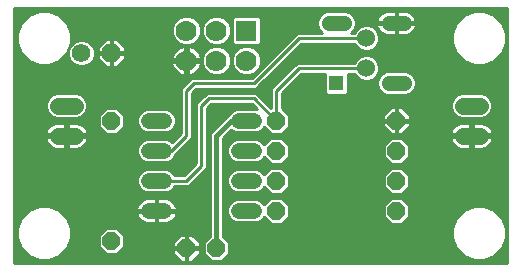
<source format=gbl>
G75*
G70*
%OFA0B0*%
%FSLAX24Y24*%
%IPPOS*%
%LPD*%
%AMOC8*
5,1,8,0,0,1.08239X$1,22.5*
%
%ADD10C,0.0520*%
%ADD11C,0.0560*%
%ADD12R,0.0515X0.0515*%
%ADD13C,0.0515*%
%ADD14C,0.0600*%
%ADD15OC8,0.0620*%
%ADD16C,0.0620*%
%ADD17R,0.0700X0.0700*%
%ADD18C,0.0700*%
%ADD19OC8,0.0600*%
%ADD20C,0.0100*%
%ADD21C,0.0160*%
D10*
X004891Y002151D02*
X005411Y002151D01*
X005411Y003151D02*
X004891Y003151D01*
X004891Y004151D02*
X005411Y004151D01*
X005411Y005151D02*
X004891Y005151D01*
X007891Y005151D02*
X008411Y005151D01*
X008411Y004151D02*
X007891Y004151D01*
X007891Y003151D02*
X008411Y003151D01*
X008411Y002151D02*
X007891Y002151D01*
D11*
X002431Y004651D02*
X001871Y004651D01*
X001871Y005651D02*
X002431Y005651D01*
X015371Y005651D02*
X015931Y005651D01*
X015931Y004651D02*
X015371Y004651D01*
D12*
X011151Y006401D03*
D13*
X012894Y006401D02*
X013409Y006401D01*
X013409Y008401D02*
X012894Y008401D01*
X011409Y008401D02*
X010894Y008401D01*
D14*
X012151Y007901D03*
X012151Y006901D03*
D15*
X003651Y007401D03*
D16*
X002651Y007401D03*
D17*
X008151Y008151D03*
D18*
X007151Y008151D03*
X006151Y008151D03*
X006151Y007151D03*
X007151Y007151D03*
X008151Y007151D03*
D19*
X009151Y005151D03*
X009151Y004151D03*
X009151Y003151D03*
X009151Y002151D03*
X007151Y000901D03*
X006151Y000901D03*
X003651Y001151D03*
X003651Y005151D03*
X013151Y005151D03*
X013151Y004151D03*
X013151Y003151D03*
X013151Y002151D03*
D20*
X000401Y000403D02*
X000403Y008899D01*
X016836Y008899D01*
X016836Y000403D01*
X000401Y000403D01*
X000401Y000447D02*
X016836Y000447D01*
X016836Y000545D02*
X016187Y000545D01*
X016080Y000501D02*
X016411Y000638D01*
X016664Y000891D01*
X016801Y001222D01*
X016801Y001580D01*
X016664Y001911D01*
X016411Y002164D01*
X016080Y002301D01*
X015722Y002301D01*
X015391Y002164D01*
X015138Y001911D01*
X015001Y001580D01*
X015001Y001222D01*
X015138Y000891D01*
X015391Y000638D01*
X015722Y000501D01*
X016080Y000501D01*
X016417Y000644D02*
X016836Y000644D01*
X016836Y000742D02*
X016515Y000742D01*
X016614Y000841D02*
X016836Y000841D01*
X016836Y000940D02*
X016684Y000940D01*
X016725Y001038D02*
X016836Y001038D01*
X016836Y001137D02*
X016766Y001137D01*
X016801Y001235D02*
X016836Y001235D01*
X016836Y001334D02*
X016801Y001334D01*
X016801Y001432D02*
X016836Y001432D01*
X016836Y001531D02*
X016801Y001531D01*
X016781Y001629D02*
X016836Y001629D01*
X016836Y001728D02*
X016740Y001728D01*
X016699Y001826D02*
X016836Y001826D01*
X016836Y001925D02*
X016650Y001925D01*
X016552Y002024D02*
X016836Y002024D01*
X016836Y002122D02*
X016453Y002122D01*
X016275Y002221D02*
X016836Y002221D01*
X016836Y002319D02*
X013581Y002319D01*
X013581Y002329D02*
X013329Y002581D01*
X012973Y002581D01*
X012721Y002329D01*
X012721Y001973D01*
X012973Y001721D01*
X013329Y001721D01*
X013581Y001973D01*
X013581Y002329D01*
X013493Y002418D02*
X016836Y002418D01*
X016836Y002516D02*
X013394Y002516D01*
X013329Y002721D02*
X013581Y002973D01*
X013581Y003329D01*
X013329Y003581D01*
X012973Y003581D01*
X012721Y003329D01*
X012721Y002973D01*
X012973Y002721D01*
X013329Y002721D01*
X013420Y002812D02*
X016836Y002812D01*
X016836Y002910D02*
X013518Y002910D01*
X013581Y003009D02*
X016836Y003009D01*
X016836Y003107D02*
X013581Y003107D01*
X013581Y003206D02*
X016836Y003206D01*
X016836Y003305D02*
X013581Y003305D01*
X013507Y003403D02*
X016836Y003403D01*
X016836Y003502D02*
X013409Y003502D01*
X013329Y003721D02*
X012973Y003721D01*
X012721Y003973D01*
X012721Y004329D01*
X012973Y004581D01*
X013329Y004581D01*
X013581Y004329D01*
X013581Y003973D01*
X013329Y003721D01*
X013405Y003797D02*
X016836Y003797D01*
X016836Y003699D02*
X007361Y003699D01*
X007361Y003797D02*
X007726Y003797D01*
X007670Y003821D02*
X007814Y003761D01*
X008489Y003761D01*
X008632Y003821D01*
X008742Y003930D01*
X008748Y003946D01*
X008973Y003721D01*
X009329Y003721D01*
X009581Y003973D01*
X009581Y004329D01*
X009329Y004581D01*
X008973Y004581D01*
X008748Y004356D01*
X008742Y004372D01*
X008632Y004482D01*
X008489Y004541D01*
X007814Y004541D01*
X007670Y004482D01*
X007561Y004372D01*
X007501Y004229D01*
X007501Y004074D01*
X007561Y003930D01*
X007670Y003821D01*
X007595Y003896D02*
X007361Y003896D01*
X007361Y003994D02*
X007534Y003994D01*
X007501Y004093D02*
X007361Y004093D01*
X007361Y004191D02*
X007501Y004191D01*
X007527Y004290D02*
X007361Y004290D01*
X007361Y004389D02*
X007577Y004389D01*
X007683Y004487D02*
X007361Y004487D01*
X007361Y004564D02*
X007644Y004847D01*
X007670Y004821D01*
X007814Y004761D01*
X008489Y004761D01*
X008632Y004821D01*
X008742Y004930D01*
X008748Y004946D01*
X008973Y004721D01*
X009329Y004721D01*
X009581Y004973D01*
X009581Y005329D01*
X009331Y005579D01*
X009331Y006077D01*
X009976Y006721D01*
X010772Y006721D01*
X010764Y006712D01*
X010764Y006090D01*
X010840Y006014D01*
X011462Y006014D01*
X011539Y006090D01*
X011539Y006712D01*
X011530Y006721D01*
X011760Y006721D01*
X011787Y006658D01*
X011908Y006537D01*
X012066Y006471D01*
X012237Y006471D01*
X012395Y006537D01*
X012516Y006658D01*
X012581Y006816D01*
X012581Y006987D01*
X012516Y007145D01*
X012395Y007266D01*
X012237Y007331D01*
X012066Y007331D01*
X011908Y007266D01*
X011787Y007145D01*
X011760Y007081D01*
X009976Y007081D01*
X009827Y007081D01*
X009077Y006331D01*
X008971Y006226D01*
X008971Y005586D01*
X008476Y006081D01*
X008327Y006081D01*
X006827Y006081D01*
X006721Y005976D01*
X006577Y005831D01*
X006471Y005726D01*
X006471Y003726D01*
X006077Y003331D01*
X005759Y003331D01*
X005742Y003372D01*
X005632Y003482D01*
X005489Y003541D01*
X004814Y003541D01*
X004670Y003482D01*
X004561Y003372D01*
X004501Y003229D01*
X004501Y003074D01*
X004561Y002930D01*
X004670Y002821D01*
X004814Y002761D01*
X005489Y002761D01*
X005632Y002821D01*
X005742Y002930D01*
X005759Y002971D01*
X006226Y002971D01*
X006331Y003077D01*
X006831Y003577D01*
X006831Y003726D01*
X006831Y005577D01*
X006976Y005721D01*
X008327Y005721D01*
X008519Y005528D01*
X008489Y005541D01*
X007814Y005541D01*
X007670Y005482D01*
X007561Y005372D01*
X007550Y005347D01*
X007064Y004861D01*
X006941Y004738D01*
X006941Y001299D01*
X006721Y001079D01*
X006721Y000723D01*
X006973Y000471D01*
X007329Y000471D01*
X007581Y000723D01*
X007581Y001079D01*
X007361Y001299D01*
X007361Y004564D01*
X007383Y004586D02*
X014941Y004586D01*
X014941Y004566D02*
X015007Y004408D01*
X015128Y004287D01*
X015286Y004221D01*
X015611Y004221D01*
X015611Y004611D01*
X015691Y004611D01*
X015691Y004221D01*
X016017Y004221D01*
X016175Y004287D01*
X016296Y004408D01*
X016361Y004566D01*
X016361Y004611D01*
X015691Y004611D01*
X015691Y004691D01*
X015611Y004691D01*
X015611Y004611D01*
X014941Y004611D01*
X014941Y004566D01*
X014974Y004487D02*
X013423Y004487D01*
X013522Y004389D02*
X015026Y004389D01*
X015124Y004290D02*
X013581Y004290D01*
X013581Y004191D02*
X016836Y004191D01*
X016836Y004093D02*
X013581Y004093D01*
X013581Y003994D02*
X016836Y003994D01*
X016836Y003896D02*
X013504Y003896D01*
X012897Y003797D02*
X009405Y003797D01*
X009504Y003896D02*
X012798Y003896D01*
X012721Y003994D02*
X009581Y003994D01*
X009581Y004093D02*
X012721Y004093D01*
X012721Y004191D02*
X009581Y004191D01*
X009581Y004290D02*
X012721Y004290D01*
X012780Y004389D02*
X009522Y004389D01*
X009423Y004487D02*
X012879Y004487D01*
X012965Y004701D02*
X013121Y004701D01*
X013121Y005121D01*
X013181Y005121D01*
X013181Y004701D01*
X013338Y004701D01*
X013601Y004965D01*
X013601Y005121D01*
X013181Y005121D01*
X013181Y005181D01*
X013601Y005181D01*
X013601Y005338D01*
X013338Y005601D01*
X013181Y005601D01*
X013181Y005181D01*
X013121Y005181D01*
X013121Y005121D01*
X012701Y005121D01*
X012701Y004965D01*
X012965Y004701D01*
X012883Y004783D02*
X009391Y004783D01*
X009489Y004881D02*
X012785Y004881D01*
X012701Y004980D02*
X009581Y004980D01*
X009581Y005078D02*
X012701Y005078D01*
X012701Y005181D02*
X013121Y005181D01*
X013121Y005601D01*
X012965Y005601D01*
X012701Y005338D01*
X012701Y005181D01*
X012701Y005275D02*
X009581Y005275D01*
X009581Y005177D02*
X013121Y005177D01*
X013181Y005177D02*
X016836Y005177D01*
X016836Y005275D02*
X016095Y005275D01*
X016163Y005304D02*
X016279Y005419D01*
X016341Y005570D01*
X016341Y005733D01*
X016279Y005883D01*
X016163Y005999D01*
X016013Y006061D01*
X015290Y006061D01*
X015139Y005999D01*
X015024Y005883D01*
X014961Y005733D01*
X014961Y005570D01*
X015024Y005419D01*
X015139Y005304D01*
X015290Y005241D01*
X016013Y005241D01*
X016163Y005304D01*
X016234Y005374D02*
X016836Y005374D01*
X016836Y005473D02*
X016301Y005473D01*
X016341Y005571D02*
X016836Y005571D01*
X016836Y005670D02*
X016341Y005670D01*
X016326Y005768D02*
X016836Y005768D01*
X016836Y005867D02*
X016286Y005867D01*
X016197Y005965D02*
X016836Y005965D01*
X016836Y006064D02*
X013607Y006064D01*
X013628Y006073D02*
X013737Y006182D01*
X013796Y006324D01*
X013796Y006478D01*
X013737Y006621D01*
X013628Y006730D01*
X013486Y006789D01*
X012817Y006789D01*
X012674Y006730D01*
X012565Y006621D01*
X012506Y006478D01*
X012506Y006324D01*
X012565Y006182D01*
X012674Y006073D01*
X012817Y006014D01*
X013486Y006014D01*
X013628Y006073D01*
X013718Y006162D02*
X016836Y006162D01*
X016836Y006261D02*
X013770Y006261D01*
X013796Y006359D02*
X016836Y006359D01*
X016836Y006458D02*
X013796Y006458D01*
X013764Y006556D02*
X016836Y006556D01*
X016836Y006655D02*
X013703Y006655D01*
X013570Y006754D02*
X016836Y006754D01*
X016836Y006852D02*
X012581Y006852D01*
X012581Y006951D02*
X016836Y006951D01*
X016836Y007049D02*
X016196Y007049D01*
X016080Y007001D02*
X016411Y007138D01*
X016664Y007391D01*
X016801Y007722D01*
X016801Y008080D01*
X016664Y008411D01*
X016411Y008664D01*
X016080Y008801D01*
X015722Y008801D01*
X015391Y008664D01*
X015138Y008411D01*
X015001Y008080D01*
X015001Y007722D01*
X015138Y007391D01*
X015391Y007138D01*
X015722Y007001D01*
X016080Y007001D01*
X016421Y007148D02*
X016836Y007148D01*
X016836Y007246D02*
X016519Y007246D01*
X016618Y007345D02*
X016836Y007345D01*
X016836Y007443D02*
X016686Y007443D01*
X016726Y007542D02*
X016836Y007542D01*
X016836Y007640D02*
X016767Y007640D01*
X016801Y007739D02*
X016836Y007739D01*
X016836Y007838D02*
X016801Y007838D01*
X016801Y007936D02*
X016836Y007936D01*
X016836Y008035D02*
X016801Y008035D01*
X016779Y008133D02*
X016836Y008133D01*
X016836Y008232D02*
X016738Y008232D01*
X016698Y008330D02*
X016836Y008330D01*
X016836Y008429D02*
X016646Y008429D01*
X016548Y008527D02*
X016836Y008527D01*
X016836Y008626D02*
X016449Y008626D01*
X016265Y008724D02*
X016836Y008724D01*
X016836Y008823D02*
X000403Y008823D01*
X000403Y008724D02*
X001037Y008724D01*
X000891Y008664D02*
X000638Y008411D01*
X000501Y008080D01*
X000501Y007722D01*
X000638Y007391D01*
X000891Y007138D01*
X001222Y007001D01*
X001580Y007001D01*
X001911Y007138D01*
X002164Y007391D01*
X002301Y007722D01*
X002301Y008080D01*
X002164Y008411D01*
X001911Y008664D01*
X001580Y008801D01*
X001222Y008801D01*
X000891Y008664D01*
X000853Y008626D02*
X000403Y008626D01*
X000403Y008527D02*
X000755Y008527D01*
X000656Y008429D02*
X000403Y008429D01*
X000403Y008330D02*
X000605Y008330D01*
X000564Y008232D02*
X000402Y008232D01*
X000402Y008133D02*
X000523Y008133D01*
X000501Y008035D02*
X000402Y008035D01*
X000402Y007936D02*
X000501Y007936D01*
X000501Y007838D02*
X000402Y007838D01*
X000402Y007739D02*
X000501Y007739D01*
X000535Y007640D02*
X000402Y007640D01*
X000402Y007542D02*
X000576Y007542D01*
X000617Y007443D02*
X000402Y007443D01*
X000402Y007345D02*
X000685Y007345D01*
X000783Y007246D02*
X000402Y007246D01*
X000402Y007148D02*
X000882Y007148D01*
X001106Y007049D02*
X000402Y007049D01*
X000402Y006951D02*
X003451Y006951D01*
X003461Y006941D02*
X003621Y006941D01*
X003621Y007371D01*
X003681Y007371D01*
X003681Y006941D01*
X003842Y006941D01*
X004111Y007211D01*
X004111Y007371D01*
X003681Y007371D01*
X003681Y007431D01*
X004111Y007431D01*
X004111Y007592D01*
X003842Y007861D01*
X003681Y007861D01*
X003681Y007431D01*
X003621Y007431D01*
X003621Y007371D01*
X003191Y007371D01*
X003191Y007211D01*
X003461Y006941D01*
X003353Y007049D02*
X002921Y007049D01*
X002900Y007028D02*
X003024Y007152D01*
X003091Y007314D01*
X003091Y007489D01*
X003024Y007650D01*
X002900Y007774D01*
X002739Y007841D01*
X002564Y007841D01*
X002402Y007774D01*
X002278Y007650D01*
X002211Y007489D01*
X002211Y007314D01*
X002278Y007152D01*
X002402Y007028D01*
X002564Y006961D01*
X002739Y006961D01*
X002900Y007028D01*
X003020Y007148D02*
X003254Y007148D01*
X003191Y007246D02*
X003063Y007246D01*
X003091Y007345D02*
X003191Y007345D01*
X003191Y007431D02*
X003621Y007431D01*
X003621Y007861D01*
X003461Y007861D01*
X003191Y007592D01*
X003191Y007431D01*
X003191Y007443D02*
X003091Y007443D01*
X003069Y007542D02*
X003191Y007542D01*
X003240Y007640D02*
X003028Y007640D01*
X002936Y007739D02*
X003339Y007739D01*
X003437Y007838D02*
X002747Y007838D01*
X002555Y007838D02*
X002301Y007838D01*
X002301Y007936D02*
X005721Y007936D01*
X005744Y007879D02*
X005671Y008056D01*
X005671Y008247D01*
X005744Y008423D01*
X005879Y008558D01*
X006056Y008631D01*
X006247Y008631D01*
X006423Y008558D01*
X006558Y008423D01*
X006631Y008247D01*
X006631Y008056D01*
X006558Y007879D01*
X006423Y007744D01*
X006247Y007671D01*
X006056Y007671D01*
X005879Y007744D01*
X005744Y007879D01*
X005786Y007838D02*
X003865Y007838D01*
X003964Y007739D02*
X005892Y007739D01*
X005868Y007575D02*
X006052Y007651D01*
X006103Y007651D01*
X006103Y007200D01*
X006200Y007200D01*
X006651Y007200D01*
X006651Y007251D01*
X006575Y007434D01*
X006434Y007575D01*
X006251Y007651D01*
X006200Y007651D01*
X006200Y007200D01*
X006200Y007103D01*
X006651Y007103D01*
X006651Y007052D01*
X006575Y006868D01*
X006434Y006727D01*
X006251Y006651D01*
X006200Y006651D01*
X006200Y007102D01*
X006103Y007102D01*
X006103Y006651D01*
X006052Y006651D01*
X005868Y006727D01*
X005727Y006868D01*
X005651Y007052D01*
X005651Y007103D01*
X006102Y007103D01*
X006102Y007200D01*
X005651Y007200D01*
X005651Y007251D01*
X005727Y007434D01*
X005868Y007575D01*
X005835Y007542D02*
X004111Y007542D01*
X004111Y007443D02*
X005736Y007443D01*
X005690Y007345D02*
X004111Y007345D01*
X004111Y007246D02*
X005651Y007246D01*
X005652Y007049D02*
X003950Y007049D01*
X004048Y007148D02*
X006102Y007148D01*
X006200Y007148D02*
X006671Y007148D01*
X006671Y007056D02*
X006744Y006879D01*
X006879Y006744D01*
X007056Y006671D01*
X007247Y006671D01*
X007423Y006744D01*
X007558Y006879D01*
X007631Y007056D01*
X007631Y007247D01*
X007558Y007423D01*
X007423Y007558D01*
X007247Y007631D01*
X007056Y007631D01*
X006879Y007558D01*
X006744Y007423D01*
X006671Y007247D01*
X006671Y007056D01*
X006674Y007049D02*
X006650Y007049D01*
X006609Y006951D02*
X006715Y006951D01*
X006771Y006852D02*
X006559Y006852D01*
X006461Y006754D02*
X006870Y006754D01*
X006476Y006581D02*
X006327Y006581D01*
X006077Y006331D01*
X005971Y006226D01*
X005971Y004726D01*
X005680Y004434D01*
X005632Y004482D01*
X005489Y004541D01*
X004814Y004541D01*
X004670Y004482D01*
X004561Y004372D01*
X004501Y004229D01*
X004501Y004074D01*
X004561Y003930D01*
X004670Y003821D01*
X004814Y003761D01*
X005489Y003761D01*
X005632Y003821D01*
X005742Y003930D01*
X005782Y004028D01*
X005831Y004077D01*
X006331Y004577D01*
X006331Y004726D01*
X006331Y006077D01*
X006476Y006221D01*
X008476Y006221D01*
X008581Y006327D01*
X009976Y007721D01*
X011760Y007721D01*
X011787Y007658D01*
X011908Y007537D01*
X012066Y007471D01*
X012237Y007471D01*
X012395Y007537D01*
X012516Y007658D01*
X012581Y007816D01*
X012581Y007987D01*
X012516Y008145D01*
X012395Y008266D01*
X012237Y008331D01*
X012066Y008331D01*
X011908Y008266D01*
X011787Y008145D01*
X011760Y008081D01*
X011637Y008081D01*
X011737Y008182D01*
X011796Y008324D01*
X011796Y008478D01*
X011737Y008621D01*
X011628Y008730D01*
X011486Y008789D01*
X010817Y008789D01*
X010674Y008730D01*
X010565Y008621D01*
X010506Y008478D01*
X010506Y008324D01*
X010565Y008182D01*
X010666Y008081D01*
X009976Y008081D01*
X009827Y008081D01*
X008327Y006581D01*
X006476Y006581D01*
X006302Y006556D02*
X000402Y006556D01*
X000402Y006458D02*
X006203Y006458D01*
X006105Y006359D02*
X000402Y006359D01*
X000402Y006261D02*
X006006Y006261D01*
X005971Y006162D02*
X000402Y006162D01*
X000402Y006064D02*
X005971Y006064D01*
X005971Y005965D02*
X002697Y005965D01*
X002663Y005999D02*
X002513Y006061D01*
X001790Y006061D01*
X001639Y005999D01*
X001524Y005883D01*
X001461Y005733D01*
X001461Y005570D01*
X001524Y005419D01*
X001639Y005304D01*
X001790Y005241D01*
X002513Y005241D01*
X002663Y005304D01*
X002779Y005419D01*
X002841Y005570D01*
X002841Y005733D01*
X002779Y005883D01*
X002663Y005999D01*
X002786Y005867D02*
X005971Y005867D01*
X005971Y005768D02*
X002826Y005768D01*
X002841Y005670D02*
X005971Y005670D01*
X005971Y005571D02*
X003839Y005571D01*
X003829Y005581D02*
X003473Y005581D01*
X003221Y005329D01*
X003221Y004973D01*
X003473Y004721D01*
X003829Y004721D01*
X004081Y004973D01*
X004081Y005329D01*
X003829Y005581D01*
X003938Y005473D02*
X004661Y005473D01*
X004670Y005482D02*
X004561Y005372D01*
X004501Y005229D01*
X004501Y005074D01*
X004561Y004930D01*
X004670Y004821D01*
X004814Y004761D01*
X005489Y004761D01*
X005632Y004821D01*
X005742Y004930D01*
X005801Y005074D01*
X005801Y005229D01*
X005742Y005372D01*
X005632Y005482D01*
X005489Y005541D01*
X004814Y005541D01*
X004670Y005482D01*
X004562Y005374D02*
X004036Y005374D01*
X004081Y005275D02*
X004521Y005275D01*
X004501Y005177D02*
X004081Y005177D01*
X004081Y005078D02*
X004501Y005078D01*
X004540Y004980D02*
X004081Y004980D01*
X003989Y004881D02*
X004610Y004881D01*
X004762Y004783D02*
X003891Y004783D01*
X003412Y004783D02*
X002842Y004783D01*
X002861Y004737D02*
X002796Y004895D01*
X002675Y005016D01*
X002517Y005081D01*
X002191Y005081D01*
X002191Y004691D01*
X002111Y004691D01*
X002111Y004611D01*
X002191Y004611D01*
X002191Y004221D01*
X002517Y004221D01*
X002675Y004287D01*
X002796Y004408D01*
X002861Y004566D01*
X002861Y004611D01*
X002191Y004611D01*
X002191Y004691D01*
X002861Y004691D01*
X002861Y004737D01*
X002861Y004586D02*
X005831Y004586D01*
X005930Y004684D02*
X002191Y004684D01*
X002111Y004684D02*
X000402Y004684D01*
X000402Y004586D02*
X001441Y004586D01*
X001441Y004566D02*
X001507Y004408D01*
X001628Y004287D01*
X001786Y004221D01*
X002111Y004221D01*
X002111Y004611D01*
X001441Y004611D01*
X001441Y004566D01*
X001474Y004487D02*
X000402Y004487D01*
X000402Y004389D02*
X001526Y004389D01*
X001624Y004290D02*
X000401Y004290D01*
X000401Y004191D02*
X004501Y004191D01*
X004501Y004093D02*
X000401Y004093D01*
X000401Y003994D02*
X004534Y003994D01*
X004595Y003896D02*
X000401Y003896D01*
X000401Y003797D02*
X004726Y003797D01*
X004718Y003502D02*
X000401Y003502D01*
X000401Y003600D02*
X006346Y003600D01*
X006444Y003699D02*
X000401Y003699D01*
X000401Y003403D02*
X004592Y003403D01*
X004533Y003305D02*
X000401Y003305D01*
X000401Y003206D02*
X004501Y003206D01*
X004501Y003107D02*
X000401Y003107D01*
X000401Y003009D02*
X004528Y003009D01*
X004580Y002910D02*
X000401Y002910D01*
X000401Y002812D02*
X004691Y002812D01*
X004810Y002561D02*
X004659Y002499D01*
X004544Y002383D01*
X004481Y002233D01*
X004481Y002181D01*
X005121Y002181D01*
X005121Y002121D01*
X005181Y002121D01*
X005181Y001741D01*
X005493Y001741D01*
X005643Y001804D01*
X005759Y001919D01*
X005821Y002070D01*
X005821Y002121D01*
X005181Y002121D01*
X005181Y002181D01*
X005121Y002181D01*
X005121Y002561D01*
X004810Y002561D01*
X004701Y002516D02*
X000401Y002516D01*
X000401Y002615D02*
X006941Y002615D01*
X006941Y002713D02*
X000401Y002713D01*
X000401Y002418D02*
X004578Y002418D01*
X004517Y002319D02*
X000401Y002319D01*
X000401Y002221D02*
X001028Y002221D01*
X000891Y002164D02*
X000638Y001911D01*
X000501Y001580D01*
X000501Y001222D01*
X000638Y000891D01*
X000891Y000638D01*
X001222Y000501D01*
X001580Y000501D01*
X001911Y000638D01*
X002164Y000891D01*
X002301Y001222D01*
X002301Y001580D01*
X002164Y001911D01*
X001911Y002164D01*
X001580Y002301D01*
X001222Y002301D01*
X000891Y002164D01*
X000849Y002122D02*
X000401Y002122D01*
X000401Y002024D02*
X000751Y002024D01*
X000652Y001925D02*
X000401Y001925D01*
X000401Y001826D02*
X000603Y001826D01*
X000562Y001728D02*
X000401Y001728D01*
X000401Y001629D02*
X000522Y001629D01*
X000501Y001531D02*
X000401Y001531D01*
X000401Y001432D02*
X000501Y001432D01*
X000501Y001334D02*
X000401Y001334D01*
X000401Y001235D02*
X000501Y001235D01*
X000537Y001137D02*
X000401Y001137D01*
X000401Y001038D02*
X000577Y001038D01*
X000618Y000940D02*
X000401Y000940D01*
X000401Y000841D02*
X000689Y000841D01*
X000787Y000742D02*
X000401Y000742D01*
X000401Y000644D02*
X000886Y000644D01*
X001115Y000545D02*
X000401Y000545D01*
X001687Y000545D02*
X005871Y000545D01*
X005965Y000451D02*
X006121Y000451D01*
X006121Y000871D01*
X006181Y000871D01*
X006181Y000451D01*
X006338Y000451D01*
X006601Y000715D01*
X006601Y000871D01*
X006181Y000871D01*
X006181Y000931D01*
X006601Y000931D01*
X006601Y001088D01*
X006338Y001351D01*
X006181Y001351D01*
X006181Y000931D01*
X006121Y000931D01*
X006121Y000871D01*
X005701Y000871D01*
X005701Y000715D01*
X005965Y000451D01*
X006121Y000545D02*
X006181Y000545D01*
X006181Y000644D02*
X006121Y000644D01*
X006121Y000742D02*
X006181Y000742D01*
X006181Y000841D02*
X006121Y000841D01*
X006121Y000931D02*
X005701Y000931D01*
X005701Y001088D01*
X005965Y001351D01*
X006121Y001351D01*
X006121Y000931D01*
X006121Y000940D02*
X006181Y000940D01*
X006181Y001038D02*
X006121Y001038D01*
X006121Y001137D02*
X006181Y001137D01*
X006181Y001235D02*
X006121Y001235D01*
X006121Y001334D02*
X006181Y001334D01*
X006355Y001334D02*
X006941Y001334D01*
X006941Y001432D02*
X003978Y001432D01*
X004077Y001334D02*
X005947Y001334D01*
X005849Y001235D02*
X004081Y001235D01*
X004081Y001329D02*
X003829Y001581D01*
X003473Y001581D01*
X003221Y001329D01*
X003221Y000973D01*
X003473Y000721D01*
X003829Y000721D01*
X004081Y000973D01*
X004081Y001329D01*
X004081Y001137D02*
X005750Y001137D01*
X005701Y001038D02*
X004081Y001038D01*
X004048Y000940D02*
X005701Y000940D01*
X005701Y000841D02*
X003949Y000841D01*
X003851Y000742D02*
X005701Y000742D01*
X005772Y000644D02*
X001917Y000644D01*
X002015Y000742D02*
X003452Y000742D01*
X003353Y000841D02*
X002114Y000841D01*
X002184Y000940D02*
X003255Y000940D01*
X003221Y001038D02*
X002225Y001038D01*
X002266Y001137D02*
X003221Y001137D01*
X003221Y001235D02*
X002301Y001235D01*
X002301Y001334D02*
X003226Y001334D01*
X003324Y001432D02*
X002301Y001432D01*
X002301Y001531D02*
X003423Y001531D01*
X003880Y001531D02*
X006941Y001531D01*
X006941Y001629D02*
X002281Y001629D01*
X002240Y001728D02*
X006941Y001728D01*
X006941Y001826D02*
X005666Y001826D01*
X005761Y001925D02*
X006941Y001925D01*
X006941Y002024D02*
X005802Y002024D01*
X005821Y002181D02*
X005821Y002233D01*
X005759Y002383D01*
X005643Y002499D01*
X005493Y002561D01*
X005181Y002561D01*
X005181Y002181D01*
X005821Y002181D01*
X005821Y002221D02*
X006941Y002221D01*
X006941Y002319D02*
X005785Y002319D01*
X005724Y002418D02*
X006941Y002418D01*
X006941Y002516D02*
X005601Y002516D01*
X005611Y002812D02*
X006941Y002812D01*
X006941Y002910D02*
X005722Y002910D01*
X006151Y003151D02*
X005151Y003151D01*
X005584Y003502D02*
X006247Y003502D01*
X006149Y003403D02*
X005711Y003403D01*
X006151Y003151D02*
X006651Y003651D01*
X006651Y005651D01*
X006901Y005901D01*
X008401Y005901D01*
X009151Y005151D01*
X009151Y006151D01*
X009901Y006901D01*
X012151Y006901D01*
X012555Y006754D02*
X012732Y006754D01*
X012600Y006655D02*
X012513Y006655D01*
X012539Y006556D02*
X012415Y006556D01*
X012506Y006458D02*
X011539Y006458D01*
X011539Y006556D02*
X011888Y006556D01*
X011789Y006655D02*
X011539Y006655D01*
X011539Y006359D02*
X012506Y006359D01*
X012532Y006261D02*
X011539Y006261D01*
X011539Y006162D02*
X012585Y006162D01*
X012696Y006064D02*
X011513Y006064D01*
X010790Y006064D02*
X009331Y006064D01*
X009331Y005965D02*
X015105Y005965D01*
X015017Y005867D02*
X009331Y005867D01*
X009331Y005768D02*
X014976Y005768D01*
X014961Y005670D02*
X009331Y005670D01*
X009339Y005571D02*
X012935Y005571D01*
X012836Y005473D02*
X009438Y005473D01*
X009536Y005374D02*
X012738Y005374D01*
X013121Y005374D02*
X013181Y005374D01*
X013181Y005473D02*
X013121Y005473D01*
X013121Y005571D02*
X013181Y005571D01*
X013368Y005571D02*
X014961Y005571D01*
X015001Y005473D02*
X013466Y005473D01*
X013565Y005374D02*
X015069Y005374D01*
X015207Y005275D02*
X013601Y005275D01*
X013601Y005078D02*
X015279Y005078D01*
X015286Y005081D02*
X015128Y005016D01*
X015007Y004895D01*
X014941Y004737D01*
X014941Y004691D01*
X015611Y004691D01*
X015611Y005081D01*
X015286Y005081D01*
X015092Y004980D02*
X013601Y004980D01*
X013518Y004881D02*
X015001Y004881D01*
X014960Y004783D02*
X013419Y004783D01*
X013181Y004783D02*
X013121Y004783D01*
X013121Y004881D02*
X013181Y004881D01*
X013181Y004980D02*
X013121Y004980D01*
X013121Y005078D02*
X013181Y005078D01*
X013181Y005275D02*
X013121Y005275D01*
X010764Y006162D02*
X009417Y006162D01*
X009515Y006261D02*
X010764Y006261D01*
X010764Y006359D02*
X009614Y006359D01*
X009712Y006458D02*
X010764Y006458D01*
X010764Y006556D02*
X009811Y006556D01*
X009910Y006655D02*
X010764Y006655D01*
X009795Y007049D02*
X009304Y007049D01*
X009402Y007148D02*
X011790Y007148D01*
X011888Y007246D02*
X009501Y007246D01*
X009599Y007345D02*
X015185Y007345D01*
X015283Y007246D02*
X012414Y007246D01*
X012513Y007148D02*
X015382Y007148D01*
X015606Y007049D02*
X012555Y007049D01*
X012400Y007542D02*
X015076Y007542D01*
X015035Y007640D02*
X012499Y007640D01*
X012549Y007739D02*
X015001Y007739D01*
X015001Y007838D02*
X012581Y007838D01*
X012581Y007936D02*
X015001Y007936D01*
X015001Y008035D02*
X013589Y008035D01*
X013639Y008056D02*
X013754Y008170D01*
X013816Y008320D01*
X013816Y008372D01*
X013180Y008372D01*
X013180Y007994D01*
X013490Y007994D01*
X013639Y008056D01*
X013717Y008133D02*
X015023Y008133D01*
X015064Y008232D02*
X013779Y008232D01*
X013816Y008330D02*
X015105Y008330D01*
X015156Y008429D02*
X013180Y008429D01*
X013180Y008430D02*
X013816Y008430D01*
X013816Y008482D01*
X013754Y008632D01*
X013639Y008747D01*
X013490Y008809D01*
X013180Y008809D01*
X013180Y008430D01*
X013122Y008430D01*
X013122Y008372D01*
X013180Y008372D01*
X013180Y008430D01*
X013122Y008430D02*
X013122Y008809D01*
X012813Y008809D01*
X012663Y008747D01*
X012548Y008632D01*
X012486Y008482D01*
X012486Y008430D01*
X013122Y008430D01*
X013122Y008429D02*
X011796Y008429D01*
X011796Y008330D02*
X012064Y008330D01*
X012239Y008330D02*
X012486Y008330D01*
X012486Y008320D02*
X012548Y008170D01*
X012663Y008056D01*
X012813Y007994D01*
X013122Y007994D01*
X013122Y008372D01*
X012486Y008372D01*
X012486Y008320D01*
X012523Y008232D02*
X012429Y008232D01*
X012520Y008133D02*
X012585Y008133D01*
X012561Y008035D02*
X012714Y008035D01*
X013122Y008035D02*
X013180Y008035D01*
X013180Y008133D02*
X013122Y008133D01*
X013122Y008232D02*
X013180Y008232D01*
X013180Y008330D02*
X013122Y008330D01*
X013122Y008527D02*
X013180Y008527D01*
X013180Y008626D02*
X013122Y008626D01*
X013122Y008724D02*
X013180Y008724D01*
X013662Y008724D02*
X015537Y008724D01*
X015353Y008626D02*
X013757Y008626D01*
X013797Y008527D02*
X015255Y008527D01*
X015117Y007443D02*
X009698Y007443D01*
X009796Y007542D02*
X011902Y007542D01*
X011804Y007640D02*
X009895Y007640D01*
X009901Y007901D02*
X008401Y006401D01*
X006401Y006401D01*
X006151Y006151D01*
X006151Y004651D01*
X005651Y004151D01*
X005151Y004151D01*
X005707Y003896D02*
X006471Y003896D01*
X006471Y003994D02*
X005768Y003994D01*
X005847Y004093D02*
X006471Y004093D01*
X006471Y004191D02*
X005946Y004191D01*
X006045Y004290D02*
X006471Y004290D01*
X006471Y004389D02*
X006143Y004389D01*
X006242Y004487D02*
X006471Y004487D01*
X006471Y004586D02*
X006331Y004586D01*
X006331Y004684D02*
X006471Y004684D01*
X006471Y004783D02*
X006331Y004783D01*
X006331Y004881D02*
X006471Y004881D01*
X006471Y004980D02*
X006331Y004980D01*
X006331Y005078D02*
X006471Y005078D01*
X006471Y005177D02*
X006331Y005177D01*
X006331Y005275D02*
X006471Y005275D01*
X006471Y005374D02*
X006331Y005374D01*
X006331Y005473D02*
X006471Y005473D01*
X006471Y005571D02*
X006331Y005571D01*
X006331Y005670D02*
X006471Y005670D01*
X006514Y005768D02*
X006331Y005768D01*
X006331Y005867D02*
X006612Y005867D01*
X006711Y005965D02*
X006331Y005965D01*
X006331Y006064D02*
X006809Y006064D01*
X006417Y006162D02*
X008971Y006162D01*
X008971Y006064D02*
X008493Y006064D01*
X008592Y005965D02*
X008971Y005965D01*
X008971Y005867D02*
X008690Y005867D01*
X008789Y005768D02*
X008971Y005768D01*
X008971Y005670D02*
X008887Y005670D01*
X008477Y005571D02*
X006831Y005571D01*
X006831Y005473D02*
X007661Y005473D01*
X007562Y005374D02*
X006831Y005374D01*
X006831Y005275D02*
X007479Y005275D01*
X007380Y005177D02*
X006831Y005177D01*
X006831Y005078D02*
X007281Y005078D01*
X007183Y004980D02*
X006831Y004980D01*
X006831Y004881D02*
X007084Y004881D01*
X006986Y004783D02*
X006831Y004783D01*
X006831Y004684D02*
X006941Y004684D01*
X006941Y004586D02*
X006831Y004586D01*
X006831Y004487D02*
X006941Y004487D01*
X006941Y004389D02*
X006831Y004389D01*
X006831Y004290D02*
X006941Y004290D01*
X006941Y004191D02*
X006831Y004191D01*
X006831Y004093D02*
X006941Y004093D01*
X006941Y003994D02*
X006831Y003994D01*
X006831Y003896D02*
X006941Y003896D01*
X006941Y003797D02*
X006831Y003797D01*
X006831Y003699D02*
X006941Y003699D01*
X006941Y003600D02*
X006831Y003600D01*
X006756Y003502D02*
X006941Y003502D01*
X006941Y003403D02*
X006658Y003403D01*
X006559Y003305D02*
X006941Y003305D01*
X006941Y003206D02*
X006461Y003206D01*
X006362Y003107D02*
X006941Y003107D01*
X006941Y003009D02*
X006263Y003009D01*
X007361Y003009D02*
X007528Y003009D01*
X007501Y003074D02*
X007561Y002930D01*
X007670Y002821D01*
X007814Y002761D01*
X008489Y002761D01*
X008632Y002821D01*
X008742Y002930D01*
X008748Y002946D01*
X008973Y002721D01*
X009329Y002721D01*
X009581Y002973D01*
X009581Y003329D01*
X009329Y003581D01*
X008973Y003581D01*
X008748Y003356D01*
X008742Y003372D01*
X008632Y003482D01*
X008489Y003541D01*
X007814Y003541D01*
X007670Y003482D01*
X007561Y003372D01*
X007501Y003229D01*
X007501Y003074D01*
X007501Y003107D02*
X007361Y003107D01*
X007361Y003206D02*
X007501Y003206D01*
X007533Y003305D02*
X007361Y003305D01*
X007361Y003403D02*
X007592Y003403D01*
X007718Y003502D02*
X007361Y003502D01*
X007361Y003600D02*
X016836Y003600D01*
X016836Y004290D02*
X016178Y004290D01*
X016277Y004389D02*
X016836Y004389D01*
X016836Y004487D02*
X016329Y004487D01*
X016361Y004586D02*
X016836Y004586D01*
X016836Y004684D02*
X015691Y004684D01*
X015691Y004691D02*
X016361Y004691D01*
X016361Y004737D01*
X016296Y004895D01*
X016175Y005016D01*
X016017Y005081D01*
X015691Y005081D01*
X015691Y004691D01*
X015611Y004684D02*
X007481Y004684D01*
X007580Y004783D02*
X007762Y004783D01*
X008541Y004783D02*
X008912Y004783D01*
X008813Y004881D02*
X008693Y004881D01*
X008619Y004487D02*
X008879Y004487D01*
X008780Y004389D02*
X008725Y004389D01*
X008707Y003896D02*
X008798Y003896D01*
X008897Y003797D02*
X008576Y003797D01*
X008584Y003502D02*
X008894Y003502D01*
X008795Y003403D02*
X008711Y003403D01*
X009409Y003502D02*
X012894Y003502D01*
X012795Y003403D02*
X009507Y003403D01*
X009581Y003305D02*
X012721Y003305D01*
X012721Y003206D02*
X009581Y003206D01*
X009581Y003107D02*
X012721Y003107D01*
X012721Y003009D02*
X009581Y003009D01*
X009518Y002910D02*
X012784Y002910D01*
X012882Y002812D02*
X009420Y002812D01*
X009329Y002581D02*
X008973Y002581D01*
X008748Y002356D01*
X008742Y002372D01*
X008632Y002482D01*
X008489Y002541D01*
X007814Y002541D01*
X007670Y002482D01*
X007561Y002372D01*
X007501Y002229D01*
X007501Y002074D01*
X007561Y001930D01*
X007670Y001821D01*
X007814Y001761D01*
X008489Y001761D01*
X008632Y001821D01*
X008742Y001930D01*
X008748Y001946D01*
X008973Y001721D01*
X009329Y001721D01*
X009581Y001973D01*
X009581Y002329D01*
X009329Y002581D01*
X009394Y002516D02*
X012908Y002516D01*
X012810Y002418D02*
X009493Y002418D01*
X009581Y002319D02*
X012721Y002319D01*
X012721Y002221D02*
X009581Y002221D01*
X009581Y002122D02*
X012721Y002122D01*
X012721Y002024D02*
X009581Y002024D01*
X009533Y001925D02*
X012769Y001925D01*
X012868Y001826D02*
X009434Y001826D01*
X009336Y001728D02*
X012966Y001728D01*
X013336Y001728D02*
X015062Y001728D01*
X015022Y001629D02*
X007361Y001629D01*
X007361Y001531D02*
X015001Y001531D01*
X015001Y001432D02*
X007361Y001432D01*
X007361Y001334D02*
X015001Y001334D01*
X015001Y001235D02*
X007425Y001235D01*
X007524Y001137D02*
X015037Y001137D01*
X015077Y001038D02*
X007581Y001038D01*
X007581Y000940D02*
X015118Y000940D01*
X015189Y000841D02*
X007581Y000841D01*
X007581Y000742D02*
X015287Y000742D01*
X015386Y000644D02*
X007502Y000644D01*
X007403Y000545D02*
X015615Y000545D01*
X015103Y001826D02*
X013434Y001826D01*
X013533Y001925D02*
X015152Y001925D01*
X015251Y002024D02*
X013581Y002024D01*
X013581Y002122D02*
X015349Y002122D01*
X015528Y002221D02*
X013581Y002221D01*
X016836Y002615D02*
X007361Y002615D01*
X007361Y002713D02*
X016836Y002713D01*
X015691Y004290D02*
X015611Y004290D01*
X015611Y004389D02*
X015691Y004389D01*
X015691Y004487D02*
X015611Y004487D01*
X015611Y004586D02*
X015691Y004586D01*
X015691Y004783D02*
X015611Y004783D01*
X015611Y004881D02*
X015691Y004881D01*
X015691Y004980D02*
X015611Y004980D01*
X015611Y005078D02*
X015691Y005078D01*
X016023Y005078D02*
X016836Y005078D01*
X016836Y004980D02*
X016211Y004980D01*
X016301Y004881D02*
X016836Y004881D01*
X016836Y004783D02*
X016342Y004783D01*
X012151Y007901D02*
X009901Y007901D01*
X009780Y008035D02*
X008631Y008035D01*
X008631Y008133D02*
X010614Y008133D01*
X010544Y008232D02*
X008631Y008232D01*
X008631Y008330D02*
X010506Y008330D01*
X010506Y008429D02*
X008631Y008429D01*
X008631Y008527D02*
X010527Y008527D01*
X010570Y008626D02*
X008560Y008626D01*
X008555Y008631D02*
X007747Y008631D01*
X007671Y008555D01*
X007671Y007747D01*
X007747Y007671D01*
X008555Y007671D01*
X008631Y007747D01*
X008631Y008555D01*
X008555Y008631D01*
X007742Y008626D02*
X007259Y008626D01*
X007247Y008631D02*
X007056Y008631D01*
X006879Y008558D01*
X006744Y008423D01*
X006671Y008247D01*
X006671Y008056D01*
X006744Y007879D01*
X006879Y007744D01*
X007056Y007671D01*
X007247Y007671D01*
X007423Y007744D01*
X007558Y007879D01*
X007631Y008056D01*
X007631Y008247D01*
X007558Y008423D01*
X007423Y008558D01*
X007247Y008631D01*
X007043Y008626D02*
X006259Y008626D01*
X006454Y008527D02*
X006849Y008527D01*
X006750Y008429D02*
X006552Y008429D01*
X006597Y008330D02*
X006706Y008330D01*
X006671Y008232D02*
X006631Y008232D01*
X006631Y008133D02*
X006671Y008133D01*
X006680Y008035D02*
X006622Y008035D01*
X006582Y007936D02*
X006721Y007936D01*
X006786Y007838D02*
X006516Y007838D01*
X006410Y007739D02*
X006892Y007739D01*
X006863Y007542D02*
X006467Y007542D01*
X006566Y007443D02*
X006765Y007443D01*
X006712Y007345D02*
X006612Y007345D01*
X006651Y007246D02*
X006671Y007246D01*
X006200Y007246D02*
X006103Y007246D01*
X006103Y007345D02*
X006200Y007345D01*
X006200Y007443D02*
X006103Y007443D01*
X006103Y007542D02*
X006200Y007542D01*
X006200Y007640D02*
X006103Y007640D01*
X006026Y007640D02*
X004062Y007640D01*
X003681Y007640D02*
X003621Y007640D01*
X003621Y007542D02*
X003681Y007542D01*
X003681Y007443D02*
X003621Y007443D01*
X003621Y007345D02*
X003681Y007345D01*
X003681Y007246D02*
X003621Y007246D01*
X003621Y007148D02*
X003681Y007148D01*
X003681Y007049D02*
X003621Y007049D01*
X003621Y006951D02*
X003681Y006951D01*
X003851Y006951D02*
X005693Y006951D01*
X005743Y006852D02*
X000402Y006852D01*
X000402Y006754D02*
X005842Y006754D01*
X006042Y006655D02*
X000402Y006655D01*
X000402Y005965D02*
X001605Y005965D01*
X001517Y005867D02*
X000402Y005867D01*
X000402Y005768D02*
X001476Y005768D01*
X001461Y005670D02*
X000402Y005670D01*
X000402Y005571D02*
X001461Y005571D01*
X001501Y005473D02*
X000402Y005473D01*
X000402Y005374D02*
X001569Y005374D01*
X001707Y005275D02*
X000402Y005275D01*
X000402Y005177D02*
X003221Y005177D01*
X003221Y005275D02*
X002595Y005275D01*
X002734Y005374D02*
X003266Y005374D01*
X003364Y005473D02*
X002801Y005473D01*
X002841Y005571D02*
X003463Y005571D01*
X003221Y005078D02*
X002523Y005078D01*
X002711Y004980D02*
X003221Y004980D01*
X003313Y004881D02*
X002801Y004881D01*
X002829Y004487D02*
X004683Y004487D01*
X004577Y004389D02*
X002777Y004389D01*
X002678Y004290D02*
X004527Y004290D01*
X005619Y004487D02*
X005733Y004487D01*
X005541Y004783D02*
X005971Y004783D01*
X005971Y004881D02*
X005693Y004881D01*
X005762Y004980D02*
X005971Y004980D01*
X005971Y005078D02*
X005801Y005078D01*
X005801Y005177D02*
X005971Y005177D01*
X005971Y005275D02*
X005782Y005275D01*
X005740Y005374D02*
X005971Y005374D01*
X005971Y005473D02*
X005641Y005473D01*
X006924Y005670D02*
X008378Y005670D01*
X008515Y006261D02*
X009006Y006261D01*
X009105Y006359D02*
X008614Y006359D01*
X008712Y006458D02*
X009203Y006458D01*
X009302Y006556D02*
X008811Y006556D01*
X008910Y006655D02*
X009401Y006655D01*
X009499Y006754D02*
X009008Y006754D01*
X009107Y006852D02*
X009598Y006852D01*
X009696Y006951D02*
X009205Y006951D01*
X008893Y007148D02*
X008631Y007148D01*
X008631Y007056D02*
X008558Y006879D01*
X008423Y006744D01*
X008247Y006671D01*
X008056Y006671D01*
X007879Y006744D01*
X007744Y006879D01*
X007671Y007056D01*
X007671Y007247D01*
X007744Y007423D01*
X007879Y007558D01*
X008056Y007631D01*
X008247Y007631D01*
X008423Y007558D01*
X008558Y007423D01*
X008631Y007247D01*
X008631Y007056D01*
X008628Y007049D02*
X008795Y007049D01*
X008696Y006951D02*
X008588Y006951D01*
X008598Y006852D02*
X008531Y006852D01*
X008499Y006754D02*
X008432Y006754D01*
X008401Y006655D02*
X006260Y006655D01*
X006200Y006655D02*
X006103Y006655D01*
X006103Y006754D02*
X006200Y006754D01*
X006200Y006852D02*
X006103Y006852D01*
X006103Y006951D02*
X006200Y006951D01*
X006200Y007049D02*
X006103Y007049D01*
X006276Y007640D02*
X009386Y007640D01*
X009287Y007542D02*
X008439Y007542D01*
X008538Y007443D02*
X009189Y007443D01*
X009090Y007345D02*
X008591Y007345D01*
X008631Y007246D02*
X008992Y007246D01*
X008623Y007739D02*
X009484Y007739D01*
X009583Y007838D02*
X008631Y007838D01*
X008631Y007936D02*
X009682Y007936D01*
X010669Y008724D02*
X001765Y008724D01*
X001949Y008626D02*
X006043Y008626D01*
X005849Y008527D02*
X002048Y008527D01*
X002146Y008429D02*
X005750Y008429D01*
X005706Y008330D02*
X002198Y008330D01*
X002238Y008232D02*
X005671Y008232D01*
X005671Y008133D02*
X002279Y008133D01*
X002301Y008035D02*
X005680Y008035D01*
X007410Y007739D02*
X007679Y007739D01*
X007671Y007838D02*
X007516Y007838D01*
X007582Y007936D02*
X007671Y007936D01*
X007671Y008035D02*
X007622Y008035D01*
X007631Y008133D02*
X007671Y008133D01*
X007671Y008232D02*
X007631Y008232D01*
X007597Y008330D02*
X007671Y008330D01*
X007671Y008429D02*
X007552Y008429D01*
X007454Y008527D02*
X007671Y008527D01*
X007863Y007542D02*
X007439Y007542D01*
X007538Y007443D02*
X007765Y007443D01*
X007712Y007345D02*
X007591Y007345D01*
X007631Y007246D02*
X007671Y007246D01*
X007671Y007148D02*
X007631Y007148D01*
X007628Y007049D02*
X007674Y007049D01*
X007715Y006951D02*
X007588Y006951D01*
X007531Y006852D02*
X007771Y006852D01*
X007870Y006754D02*
X007432Y006754D01*
X003681Y007739D02*
X003621Y007739D01*
X003621Y007838D02*
X003681Y007838D01*
X002367Y007739D02*
X002301Y007739D01*
X002274Y007640D02*
X002267Y007640D01*
X002233Y007542D02*
X002226Y007542D01*
X002211Y007443D02*
X002186Y007443D01*
X002211Y007345D02*
X002118Y007345D01*
X002019Y007246D02*
X002239Y007246D01*
X002282Y007148D02*
X001921Y007148D01*
X001696Y007049D02*
X002381Y007049D01*
X002191Y005078D02*
X002111Y005078D01*
X002111Y005081D02*
X001786Y005081D01*
X001628Y005016D01*
X001507Y004895D01*
X001441Y004737D01*
X001441Y004691D01*
X002111Y004691D01*
X002111Y005081D01*
X002111Y004980D02*
X002191Y004980D01*
X002191Y004881D02*
X002111Y004881D01*
X002111Y004783D02*
X002191Y004783D01*
X002191Y004586D02*
X002111Y004586D01*
X002111Y004487D02*
X002191Y004487D01*
X002191Y004389D02*
X002111Y004389D01*
X002111Y004290D02*
X002191Y004290D01*
X001460Y004783D02*
X000402Y004783D01*
X000402Y004881D02*
X001501Y004881D01*
X001592Y004980D02*
X000402Y004980D01*
X000402Y005078D02*
X001779Y005078D01*
X005576Y003797D02*
X006471Y003797D01*
X007361Y002910D02*
X007580Y002910D01*
X007691Y002812D02*
X007361Y002812D01*
X007361Y002516D02*
X007753Y002516D01*
X007606Y002418D02*
X007361Y002418D01*
X007361Y002319D02*
X007539Y002319D01*
X007501Y002221D02*
X007361Y002221D01*
X007361Y002122D02*
X007501Y002122D01*
X007522Y002024D02*
X007361Y002024D01*
X007361Y001925D02*
X007566Y001925D01*
X007664Y001826D02*
X007361Y001826D01*
X007361Y001728D02*
X008966Y001728D01*
X008868Y001826D02*
X008638Y001826D01*
X008736Y001925D02*
X008769Y001925D01*
X008810Y002418D02*
X008696Y002418D01*
X008549Y002516D02*
X008908Y002516D01*
X008882Y002812D02*
X008611Y002812D01*
X008722Y002910D02*
X008784Y002910D01*
X006941Y002122D02*
X005181Y002122D01*
X005121Y002121D02*
X005121Y001741D01*
X004810Y001741D01*
X004659Y001804D01*
X004544Y001919D01*
X004481Y002070D01*
X004481Y002121D01*
X005121Y002121D01*
X005121Y002122D02*
X001953Y002122D01*
X002052Y002024D02*
X004500Y002024D01*
X004541Y001925D02*
X002150Y001925D01*
X002199Y001826D02*
X004636Y001826D01*
X005121Y001826D02*
X005181Y001826D01*
X005181Y001925D02*
X005121Y001925D01*
X005121Y002024D02*
X005181Y002024D01*
X005181Y002221D02*
X005121Y002221D01*
X005121Y002319D02*
X005181Y002319D01*
X005181Y002418D02*
X005121Y002418D01*
X005121Y002516D02*
X005181Y002516D01*
X004481Y002221D02*
X001775Y002221D01*
X006454Y001235D02*
X006877Y001235D01*
X006779Y001137D02*
X006552Y001137D01*
X006601Y001038D02*
X006721Y001038D01*
X006721Y000940D02*
X006601Y000940D01*
X006601Y000841D02*
X006721Y000841D01*
X006721Y000742D02*
X006601Y000742D01*
X006530Y000644D02*
X006800Y000644D01*
X006899Y000545D02*
X006432Y000545D01*
X011689Y008133D02*
X011782Y008133D01*
X011758Y008232D02*
X011874Y008232D01*
X011776Y008527D02*
X012505Y008527D01*
X012546Y008626D02*
X011732Y008626D01*
X011633Y008724D02*
X012641Y008724D01*
D21*
X008151Y005151D02*
X007651Y005151D01*
X007151Y004651D01*
X007151Y000901D01*
M02*

</source>
